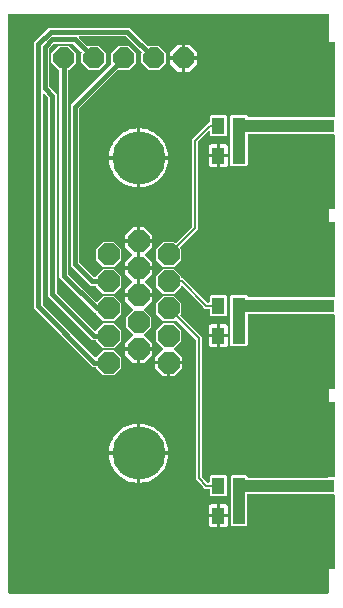
<source format=gtl>
G04 EAGLE Gerber X2 export*
%TF.Part,Single*%
%TF.FileFunction,Copper,L1,Top,Mixed*%
%TF.FilePolarity,Positive*%
%TF.GenerationSoftware,Autodesk,EAGLE,9.0.0*%
%TF.CreationDate,2018-05-04T14:34:45Z*%
G75*
%MOIN*%
%FSLAX34Y34*%
%LPD*%
%AMOC8*
5,1,8,0,0,1.08239X$1,22.5*%
G01*
%ADD10P,0.076705X8X292.500000*%
%ADD11C,0.177165*%
%ADD12R,0.225000X0.041000*%
%ADD13R,0.250000X0.100000*%
%ADD14C,0.023780*%
%ADD15R,0.043307X0.055118*%
%ADD16P,0.075767X8X22.500000*%
%ADD17C,0.032480*%
%ADD18C,0.021811*%
%ADD19C,0.016000*%
%ADD20C,0.041000*%
%ADD21C,0.008000*%

G36*
X10813Y151D02*
X10813Y151D01*
X10814Y151D01*
X10818Y152D01*
X10822Y152D01*
X10822Y153D01*
X10824Y153D01*
X10827Y155D01*
X10830Y157D01*
X10831Y158D01*
X10832Y158D01*
X10834Y161D01*
X10837Y164D01*
X10837Y165D01*
X10838Y166D01*
X10839Y169D01*
X10840Y173D01*
X10841Y174D01*
X10841Y175D01*
X10841Y180D01*
X10841Y961D01*
X11000Y961D01*
X11003Y961D01*
X11005Y961D01*
X11008Y962D01*
X11011Y962D01*
X11013Y963D01*
X11016Y964D01*
X11018Y966D01*
X11021Y967D01*
X11023Y969D01*
X11025Y970D01*
X11027Y972D01*
X11030Y974D01*
X11031Y976D01*
X11033Y978D01*
X11034Y981D01*
X11036Y983D01*
X11036Y986D01*
X11037Y988D01*
X11038Y991D01*
X11039Y994D01*
X11039Y997D01*
X11039Y1000D01*
X11039Y3425D01*
X11039Y3428D01*
X11039Y3430D01*
X11038Y3433D01*
X11038Y3436D01*
X11037Y3438D01*
X11036Y3441D01*
X11034Y3443D01*
X11033Y3446D01*
X11031Y3448D01*
X11030Y3450D01*
X11028Y3452D01*
X11026Y3455D01*
X11024Y3456D01*
X11022Y3458D01*
X11019Y3459D01*
X11017Y3461D01*
X11014Y3461D01*
X11012Y3462D01*
X11009Y3463D01*
X11006Y3464D01*
X11003Y3464D01*
X11000Y3464D01*
X10840Y3464D01*
X10839Y3465D01*
X10839Y3466D01*
X10837Y3470D01*
X10835Y3473D01*
X10835Y3474D01*
X10834Y3474D01*
X10831Y3477D01*
X10828Y3479D01*
X10827Y3480D01*
X10826Y3480D01*
X10823Y3482D01*
X10820Y3483D01*
X10819Y3483D01*
X10818Y3484D01*
X10812Y3484D01*
X8151Y3484D01*
X8150Y3484D01*
X8149Y3484D01*
X8145Y3483D01*
X8142Y3483D01*
X8141Y3482D01*
X8140Y3482D01*
X8136Y3480D01*
X8133Y3478D01*
X8132Y3477D01*
X8129Y3474D01*
X8127Y3471D01*
X8126Y3470D01*
X8126Y3469D01*
X8124Y3466D01*
X8123Y3462D01*
X8123Y3461D01*
X8122Y3460D01*
X8122Y3455D01*
X8122Y3449D01*
X8119Y3446D01*
X8117Y3444D01*
X8116Y3443D01*
X8116Y3442D01*
X8114Y3440D01*
X8114Y3439D01*
X8113Y3438D01*
X8112Y3435D01*
X8111Y3431D01*
X8111Y3430D01*
X8110Y3429D01*
X8111Y3429D01*
X8110Y3426D01*
X8110Y3074D01*
X8110Y3073D01*
X8111Y3070D01*
X8111Y3067D01*
X8112Y3066D01*
X8112Y3065D01*
X8114Y3061D01*
X8115Y3058D01*
X8116Y3057D01*
X8117Y3056D01*
X8119Y3054D01*
X8122Y3051D01*
X8122Y2449D01*
X8086Y2414D01*
X7603Y2414D01*
X7567Y2449D01*
X7567Y3051D01*
X7570Y3054D01*
X7572Y3057D01*
X7575Y3060D01*
X7575Y3061D01*
X7576Y3062D01*
X7577Y3065D01*
X7578Y3069D01*
X7578Y3070D01*
X7578Y3071D01*
X7579Y3074D01*
X7579Y3426D01*
X7578Y3430D01*
X7578Y3433D01*
X7577Y3434D01*
X7577Y3435D01*
X7575Y3439D01*
X7574Y3442D01*
X7573Y3443D01*
X7572Y3444D01*
X7570Y3446D01*
X7567Y3449D01*
X7567Y4051D01*
X7603Y4086D01*
X8086Y4086D01*
X8122Y4051D01*
X8122Y4045D01*
X8122Y4044D01*
X8122Y4043D01*
X8123Y4039D01*
X8123Y4036D01*
X8124Y4035D01*
X8124Y4034D01*
X8126Y4030D01*
X8128Y4027D01*
X8129Y4026D01*
X8132Y4023D01*
X8135Y4021D01*
X8136Y4020D01*
X8137Y4020D01*
X8140Y4018D01*
X8144Y4017D01*
X8145Y4017D01*
X8146Y4016D01*
X8151Y4016D01*
X10812Y4016D01*
X10813Y4016D01*
X10814Y4016D01*
X10818Y4017D01*
X10822Y4017D01*
X10822Y4018D01*
X10824Y4018D01*
X10827Y4020D01*
X10830Y4022D01*
X10831Y4023D01*
X10832Y4023D01*
X10834Y4026D01*
X10837Y4029D01*
X10837Y4030D01*
X10838Y4031D01*
X10839Y4034D01*
X10840Y4036D01*
X11000Y4036D01*
X11003Y4036D01*
X11005Y4036D01*
X11008Y4037D01*
X11011Y4037D01*
X11013Y4038D01*
X11016Y4039D01*
X11018Y4041D01*
X11021Y4042D01*
X11023Y4044D01*
X11025Y4045D01*
X11027Y4047D01*
X11030Y4049D01*
X11031Y4051D01*
X11033Y4053D01*
X11034Y4056D01*
X11036Y4058D01*
X11036Y4061D01*
X11037Y4063D01*
X11038Y4066D01*
X11039Y4069D01*
X11039Y4072D01*
X11039Y4075D01*
X11039Y6500D01*
X11039Y6503D01*
X11039Y6505D01*
X11038Y6508D01*
X11038Y6511D01*
X11037Y6513D01*
X11036Y6516D01*
X11034Y6518D01*
X11033Y6521D01*
X11031Y6523D01*
X11030Y6525D01*
X11028Y6527D01*
X11026Y6530D01*
X11024Y6531D01*
X11022Y6533D01*
X11019Y6534D01*
X11017Y6536D01*
X11014Y6536D01*
X11012Y6537D01*
X11009Y6538D01*
X11006Y6539D01*
X11003Y6539D01*
X11000Y6539D01*
X10841Y6539D01*
X10841Y6961D01*
X11000Y6961D01*
X11003Y6961D01*
X11005Y6961D01*
X11008Y6962D01*
X11011Y6962D01*
X11013Y6963D01*
X11016Y6964D01*
X11018Y6966D01*
X11021Y6967D01*
X11023Y6969D01*
X11025Y6970D01*
X11027Y6972D01*
X11030Y6974D01*
X11031Y6976D01*
X11033Y6978D01*
X11034Y6981D01*
X11036Y6983D01*
X11036Y6986D01*
X11037Y6988D01*
X11038Y6991D01*
X11039Y6994D01*
X11039Y6997D01*
X11039Y7000D01*
X11039Y9425D01*
X11039Y9428D01*
X11039Y9430D01*
X11038Y9433D01*
X11038Y9436D01*
X11037Y9438D01*
X11036Y9441D01*
X11034Y9443D01*
X11033Y9446D01*
X11031Y9448D01*
X11030Y9450D01*
X11028Y9452D01*
X11026Y9455D01*
X11024Y9456D01*
X11022Y9458D01*
X11019Y9459D01*
X11017Y9461D01*
X11014Y9461D01*
X11012Y9462D01*
X11009Y9463D01*
X11006Y9464D01*
X11003Y9464D01*
X11000Y9464D01*
X8171Y9464D01*
X8170Y9464D01*
X8169Y9464D01*
X8165Y9463D01*
X8162Y9463D01*
X8161Y9462D01*
X8160Y9462D01*
X8156Y9460D01*
X8153Y9458D01*
X8152Y9457D01*
X8149Y9454D01*
X8147Y9451D01*
X8146Y9450D01*
X8146Y9449D01*
X8144Y9446D01*
X8143Y9442D01*
X8139Y9438D01*
X8136Y9435D01*
X8134Y9432D01*
X8134Y9431D01*
X8133Y9430D01*
X8132Y9426D01*
X8131Y9423D01*
X8131Y9422D01*
X8130Y9421D01*
X8131Y9420D01*
X8130Y9417D01*
X8130Y9083D01*
X8131Y9079D01*
X8131Y9075D01*
X8132Y9074D01*
X8132Y9073D01*
X8134Y9070D01*
X8135Y9066D01*
X8136Y9065D01*
X8137Y9064D01*
X8139Y9062D01*
X8142Y9059D01*
X8142Y8441D01*
X8094Y8394D01*
X7595Y8394D01*
X7547Y8441D01*
X7547Y9059D01*
X7550Y9062D01*
X7552Y9065D01*
X7555Y9068D01*
X7555Y9069D01*
X7556Y9070D01*
X7557Y9074D01*
X7558Y9077D01*
X7558Y9078D01*
X7558Y9079D01*
X7558Y9080D01*
X7559Y9083D01*
X7559Y9417D01*
X7558Y9421D01*
X7558Y9425D01*
X7557Y9426D01*
X7557Y9427D01*
X7555Y9430D01*
X7554Y9434D01*
X7553Y9435D01*
X7552Y9436D01*
X7550Y9438D01*
X7547Y9441D01*
X7547Y10059D01*
X7595Y10106D01*
X8094Y10106D01*
X8143Y10058D01*
X8143Y10056D01*
X8144Y10055D01*
X8144Y10054D01*
X8146Y10050D01*
X8148Y10047D01*
X8149Y10046D01*
X8152Y10043D01*
X8155Y10041D01*
X8156Y10040D01*
X8157Y10040D01*
X8160Y10038D01*
X8164Y10037D01*
X8165Y10037D01*
X8166Y10036D01*
X8171Y10036D01*
X10812Y10036D01*
X11000Y10036D01*
X11003Y10036D01*
X11005Y10036D01*
X11008Y10037D01*
X11011Y10037D01*
X11013Y10038D01*
X11016Y10039D01*
X11018Y10041D01*
X11021Y10042D01*
X11023Y10044D01*
X11025Y10045D01*
X11027Y10047D01*
X11030Y10049D01*
X11031Y10051D01*
X11033Y10053D01*
X11034Y10056D01*
X11036Y10058D01*
X11036Y10061D01*
X11037Y10063D01*
X11038Y10066D01*
X11039Y10069D01*
X11039Y10072D01*
X11039Y10075D01*
X11039Y12500D01*
X11039Y12503D01*
X11039Y12505D01*
X11038Y12508D01*
X11038Y12511D01*
X11037Y12513D01*
X11036Y12516D01*
X11034Y12518D01*
X11033Y12521D01*
X11031Y12523D01*
X11030Y12525D01*
X11028Y12527D01*
X11026Y12530D01*
X11024Y12531D01*
X11022Y12533D01*
X11019Y12534D01*
X11017Y12536D01*
X11014Y12536D01*
X11012Y12537D01*
X11009Y12538D01*
X11006Y12539D01*
X11003Y12539D01*
X11000Y12539D01*
X10841Y12539D01*
X10841Y12961D01*
X11000Y12961D01*
X11003Y12961D01*
X11005Y12961D01*
X11008Y12962D01*
X11011Y12962D01*
X11013Y12963D01*
X11016Y12964D01*
X11018Y12966D01*
X11021Y12967D01*
X11023Y12969D01*
X11025Y12970D01*
X11027Y12972D01*
X11030Y12974D01*
X11031Y12976D01*
X11033Y12978D01*
X11034Y12981D01*
X11036Y12983D01*
X11036Y12986D01*
X11037Y12988D01*
X11038Y12991D01*
X11039Y12994D01*
X11039Y12997D01*
X11039Y13000D01*
X11039Y15425D01*
X11039Y15428D01*
X11039Y15430D01*
X11038Y15433D01*
X11038Y15436D01*
X11037Y15438D01*
X11036Y15441D01*
X11034Y15443D01*
X11033Y15446D01*
X11031Y15448D01*
X11030Y15450D01*
X11028Y15452D01*
X11026Y15455D01*
X11024Y15456D01*
X11022Y15458D01*
X11019Y15459D01*
X11017Y15461D01*
X11014Y15461D01*
X11012Y15462D01*
X11009Y15463D01*
X11006Y15464D01*
X11003Y15464D01*
X11000Y15464D01*
X8171Y15464D01*
X8170Y15464D01*
X8169Y15464D01*
X8165Y15463D01*
X8162Y15463D01*
X8161Y15462D01*
X8160Y15462D01*
X8156Y15460D01*
X8153Y15458D01*
X8152Y15457D01*
X8149Y15454D01*
X8147Y15451D01*
X8146Y15450D01*
X8146Y15449D01*
X8144Y15446D01*
X8143Y15442D01*
X8139Y15438D01*
X8136Y15435D01*
X8134Y15432D01*
X8134Y15431D01*
X8133Y15430D01*
X8132Y15426D01*
X8131Y15423D01*
X8131Y15422D01*
X8130Y15421D01*
X8131Y15420D01*
X8130Y15417D01*
X8130Y15083D01*
X8131Y15079D01*
X8131Y15075D01*
X8132Y15074D01*
X8132Y15073D01*
X8134Y15070D01*
X8135Y15066D01*
X8136Y15065D01*
X8137Y15064D01*
X8139Y15062D01*
X8142Y15059D01*
X8142Y14441D01*
X8094Y14394D01*
X7595Y14394D01*
X7547Y14441D01*
X7547Y15059D01*
X7550Y15062D01*
X7552Y15065D01*
X7555Y15068D01*
X7555Y15069D01*
X7556Y15070D01*
X7557Y15074D01*
X7558Y15077D01*
X7558Y15078D01*
X7558Y15079D01*
X7558Y15080D01*
X7559Y15083D01*
X7559Y15417D01*
X7558Y15421D01*
X7558Y15425D01*
X7557Y15426D01*
X7557Y15427D01*
X7555Y15430D01*
X7554Y15434D01*
X7553Y15435D01*
X7552Y15436D01*
X7550Y15438D01*
X7547Y15441D01*
X7547Y16059D01*
X7595Y16106D01*
X8094Y16106D01*
X8143Y16058D01*
X8143Y16056D01*
X8144Y16055D01*
X8144Y16054D01*
X8146Y16050D01*
X8148Y16047D01*
X8149Y16046D01*
X8152Y16043D01*
X8155Y16041D01*
X8156Y16040D01*
X8157Y16040D01*
X8160Y16038D01*
X8164Y16037D01*
X8165Y16037D01*
X8166Y16036D01*
X8171Y16036D01*
X10812Y16036D01*
X11000Y16036D01*
X11003Y16036D01*
X11005Y16036D01*
X11008Y16037D01*
X11011Y16037D01*
X11013Y16038D01*
X11016Y16039D01*
X11018Y16041D01*
X11021Y16042D01*
X11023Y16044D01*
X11025Y16045D01*
X11027Y16047D01*
X11030Y16049D01*
X11031Y16051D01*
X11033Y16053D01*
X11034Y16056D01*
X11036Y16058D01*
X11036Y16061D01*
X11037Y16063D01*
X11038Y16066D01*
X11039Y16069D01*
X11039Y16072D01*
X11039Y16075D01*
X11039Y18500D01*
X11039Y18503D01*
X11039Y18505D01*
X11038Y18508D01*
X11038Y18511D01*
X11037Y18513D01*
X11036Y18516D01*
X11034Y18518D01*
X11033Y18521D01*
X11031Y18523D01*
X11030Y18525D01*
X11028Y18527D01*
X11026Y18530D01*
X11024Y18531D01*
X11022Y18533D01*
X11019Y18534D01*
X11017Y18536D01*
X11014Y18536D01*
X11012Y18537D01*
X11009Y18538D01*
X11006Y18539D01*
X11003Y18539D01*
X11000Y18539D01*
X10841Y18539D01*
X10841Y19440D01*
X10841Y19441D01*
X10841Y19442D01*
X10840Y19446D01*
X10840Y19450D01*
X10839Y19450D01*
X10839Y19451D01*
X10837Y19455D01*
X10835Y19458D01*
X10835Y19459D01*
X10834Y19460D01*
X10831Y19462D01*
X10828Y19464D01*
X10827Y19465D01*
X10826Y19466D01*
X10823Y19467D01*
X10820Y19468D01*
X10819Y19468D01*
X10818Y19469D01*
X10812Y19469D01*
X180Y19469D01*
X179Y19469D01*
X178Y19469D01*
X174Y19468D01*
X171Y19468D01*
X170Y19467D01*
X169Y19467D01*
X165Y19465D01*
X162Y19463D01*
X161Y19462D01*
X158Y19459D01*
X156Y19456D01*
X155Y19455D01*
X155Y19454D01*
X153Y19451D01*
X152Y19448D01*
X152Y19446D01*
X151Y19445D01*
X151Y19440D01*
X151Y180D01*
X151Y179D01*
X151Y178D01*
X152Y174D01*
X152Y171D01*
X153Y170D01*
X153Y169D01*
X155Y165D01*
X157Y162D01*
X158Y161D01*
X161Y158D01*
X164Y156D01*
X165Y155D01*
X166Y155D01*
X169Y153D01*
X173Y152D01*
X174Y152D01*
X175Y151D01*
X180Y151D01*
X10812Y151D01*
X10813Y151D01*
G37*
%LPC*%
G36*
X3328Y7433D02*
X3328Y7433D01*
X3085Y7676D01*
X3085Y7678D01*
X3085Y7679D01*
X3085Y7681D01*
X3084Y7684D01*
X3083Y7688D01*
X3083Y7689D01*
X3083Y7690D01*
X3081Y7693D01*
X3079Y7696D01*
X3078Y7697D01*
X3077Y7698D01*
X3075Y7700D01*
X3072Y7703D01*
X3071Y7703D01*
X3070Y7704D01*
X3067Y7705D01*
X3063Y7707D01*
X3062Y7707D01*
X3061Y7707D01*
X3056Y7708D01*
X2968Y7708D01*
X1014Y9662D01*
X1014Y18524D01*
X1506Y19016D01*
X4183Y19016D01*
X4274Y18925D01*
X4788Y18411D01*
X4789Y18410D01*
X4790Y18409D01*
X4793Y18407D01*
X4794Y18406D01*
X4795Y18406D01*
X4796Y18405D01*
X4797Y18405D01*
X4798Y18404D01*
X4802Y18403D01*
X4805Y18402D01*
X4806Y18402D01*
X4807Y18402D01*
X4811Y18403D01*
X4815Y18403D01*
X4816Y18403D01*
X4817Y18403D01*
X4819Y18404D01*
X4820Y18404D01*
X4820Y18405D01*
X4824Y18406D01*
X4825Y18407D01*
X4826Y18407D01*
X4827Y18408D01*
X4827Y18409D01*
X4828Y18409D01*
X4830Y18411D01*
X5170Y18411D01*
X5411Y18170D01*
X5411Y17830D01*
X5170Y17589D01*
X4830Y17589D01*
X4589Y17830D01*
X4589Y18170D01*
X4590Y18171D01*
X4591Y18172D01*
X4593Y18175D01*
X4595Y18178D01*
X4595Y18179D01*
X4596Y18180D01*
X4597Y18184D01*
X4598Y18187D01*
X4598Y18188D01*
X4598Y18189D01*
X4597Y18193D01*
X4597Y18197D01*
X4597Y18198D01*
X4597Y18199D01*
X4595Y18202D01*
X4594Y18206D01*
X4593Y18206D01*
X4593Y18207D01*
X4589Y18212D01*
X4075Y18726D01*
X4072Y18728D01*
X4069Y18730D01*
X4068Y18731D01*
X4067Y18731D01*
X4064Y18732D01*
X4060Y18734D01*
X4059Y18734D01*
X4058Y18734D01*
X4055Y18734D01*
X2535Y18734D01*
X2533Y18734D01*
X2530Y18734D01*
X2528Y18733D01*
X2526Y18733D01*
X2523Y18731D01*
X2521Y18730D01*
X2519Y18729D01*
X2518Y18728D01*
X2516Y18726D01*
X2513Y18724D01*
X2512Y18723D01*
X2511Y18721D01*
X2510Y18718D01*
X2508Y18716D01*
X2508Y18714D01*
X2507Y18712D01*
X2507Y18710D01*
X2506Y18707D01*
X2506Y18705D01*
X2506Y18703D01*
X2507Y18700D01*
X2507Y18697D01*
X2508Y18695D01*
X2508Y18694D01*
X2510Y18691D01*
X2511Y18688D01*
X2513Y18686D01*
X2514Y18686D01*
X2514Y18685D01*
X2515Y18684D01*
X2524Y18675D01*
X2788Y18411D01*
X2789Y18410D01*
X2790Y18409D01*
X2793Y18407D01*
X2794Y18406D01*
X2795Y18406D01*
X2796Y18405D01*
X2797Y18405D01*
X2798Y18404D01*
X2802Y18403D01*
X2805Y18402D01*
X2806Y18402D01*
X2807Y18402D01*
X2811Y18403D01*
X2815Y18403D01*
X2816Y18403D01*
X2817Y18403D01*
X2819Y18404D01*
X2820Y18404D01*
X2820Y18405D01*
X2824Y18406D01*
X2825Y18407D01*
X2826Y18407D01*
X2827Y18408D01*
X2827Y18409D01*
X2828Y18409D01*
X2830Y18411D01*
X3170Y18411D01*
X3411Y18170D01*
X3411Y17830D01*
X3170Y17589D01*
X2830Y17589D01*
X2589Y17830D01*
X2589Y18170D01*
X2590Y18171D01*
X2591Y18172D01*
X2593Y18175D01*
X2595Y18178D01*
X2595Y18179D01*
X2596Y18180D01*
X2597Y18184D01*
X2598Y18187D01*
X2598Y18188D01*
X2598Y18189D01*
X2597Y18193D01*
X2597Y18197D01*
X2597Y18198D01*
X2597Y18199D01*
X2595Y18202D01*
X2594Y18206D01*
X2593Y18206D01*
X2593Y18207D01*
X2589Y18212D01*
X2325Y18476D01*
X2322Y18478D01*
X2319Y18480D01*
X2318Y18481D01*
X2317Y18481D01*
X2314Y18482D01*
X2310Y18484D01*
X2309Y18484D01*
X2308Y18484D01*
X2305Y18484D01*
X1695Y18484D01*
X1691Y18484D01*
X1688Y18483D01*
X1687Y18483D01*
X1686Y18483D01*
X1682Y18481D01*
X1679Y18479D01*
X1678Y18478D01*
X1677Y18478D01*
X1675Y18476D01*
X1524Y18325D01*
X1522Y18322D01*
X1520Y18319D01*
X1519Y18318D01*
X1519Y18317D01*
X1518Y18314D01*
X1516Y18310D01*
X1516Y18309D01*
X1516Y18308D01*
X1516Y18307D01*
X1516Y18305D01*
X1516Y17070D01*
X1516Y17067D01*
X1517Y17063D01*
X1517Y17062D01*
X1517Y17061D01*
X1519Y17057D01*
X1521Y17054D01*
X1522Y17053D01*
X1522Y17052D01*
X1524Y17050D01*
X1675Y16899D01*
X1766Y16808D01*
X1766Y10195D01*
X1766Y10192D01*
X1767Y10188D01*
X1767Y10187D01*
X1767Y10186D01*
X1769Y10182D01*
X1771Y10179D01*
X1772Y10178D01*
X1772Y10177D01*
X1774Y10175D01*
X3035Y8914D01*
X3036Y8913D01*
X3037Y8912D01*
X3040Y8910D01*
X3043Y8908D01*
X3044Y8908D01*
X3045Y8907D01*
X3049Y8906D01*
X3052Y8905D01*
X3053Y8905D01*
X3054Y8905D01*
X3058Y8906D01*
X3062Y8906D01*
X3063Y8906D01*
X3064Y8906D01*
X3067Y8908D01*
X3071Y8909D01*
X3072Y8910D01*
X3073Y8910D01*
X3077Y8914D01*
X3328Y9165D01*
X3672Y9165D01*
X3915Y8922D01*
X3915Y8578D01*
X3672Y8335D01*
X3328Y8335D01*
X3085Y8578D01*
X3085Y8580D01*
X3085Y8581D01*
X3085Y8582D01*
X3084Y8586D01*
X3083Y8589D01*
X3083Y8590D01*
X3083Y8591D01*
X3081Y8595D01*
X3079Y8598D01*
X3078Y8599D01*
X3077Y8599D01*
X3075Y8602D01*
X3072Y8604D01*
X3071Y8605D01*
X3070Y8605D01*
X3067Y8607D01*
X3063Y8608D01*
X3062Y8608D01*
X3061Y8609D01*
X3056Y8609D01*
X2942Y8609D01*
X1484Y10067D01*
X1484Y16680D01*
X1484Y16684D01*
X1483Y16687D01*
X1483Y16688D01*
X1483Y16689D01*
X1481Y16693D01*
X1479Y16696D01*
X1478Y16697D01*
X1478Y16698D01*
X1476Y16700D01*
X1346Y16830D01*
X1343Y16832D01*
X1341Y16834D01*
X1339Y16835D01*
X1338Y16836D01*
X1335Y16837D01*
X1332Y16838D01*
X1331Y16838D01*
X1329Y16839D01*
X1326Y16838D01*
X1323Y16839D01*
X1321Y16838D01*
X1319Y16838D01*
X1316Y16837D01*
X1314Y16837D01*
X1312Y16836D01*
X1310Y16835D01*
X1308Y16833D01*
X1306Y16831D01*
X1304Y16830D01*
X1303Y16829D01*
X1301Y16826D01*
X1300Y16824D01*
X1299Y16822D01*
X1298Y16821D01*
X1297Y16818D01*
X1296Y16815D01*
X1296Y16812D01*
X1296Y16811D01*
X1296Y16810D01*
X1296Y9790D01*
X1296Y9787D01*
X1297Y9783D01*
X1297Y9782D01*
X1297Y9781D01*
X1299Y9777D01*
X1301Y9774D01*
X1302Y9773D01*
X1302Y9772D01*
X1304Y9770D01*
X3049Y8025D01*
X3050Y8024D01*
X3053Y8022D01*
X3056Y8020D01*
X3057Y8020D01*
X3058Y8019D01*
X3062Y8018D01*
X3066Y8017D01*
X3067Y8017D01*
X3068Y8017D01*
X3071Y8017D01*
X3075Y8017D01*
X3076Y8018D01*
X3077Y8018D01*
X3081Y8020D01*
X3084Y8021D01*
X3085Y8022D01*
X3086Y8022D01*
X3090Y8025D01*
X3328Y8264D01*
X3672Y8264D01*
X3915Y8020D01*
X3915Y7676D01*
X3672Y7433D01*
X3328Y7433D01*
G37*
%LPD*%
%LPC*%
G36*
X3328Y9236D02*
X3328Y9236D01*
X3085Y9480D01*
X3085Y9482D01*
X3085Y9483D01*
X3085Y9484D01*
X3084Y9487D01*
X3083Y9491D01*
X3083Y9492D01*
X3083Y9493D01*
X3081Y9496D01*
X3079Y9499D01*
X3078Y9500D01*
X3077Y9501D01*
X3075Y9503D01*
X3072Y9506D01*
X3071Y9506D01*
X3070Y9507D01*
X3067Y9508D01*
X3063Y9510D01*
X3062Y9510D01*
X3061Y9510D01*
X3056Y9511D01*
X3040Y9511D01*
X1859Y10692D01*
X1859Y17560D01*
X1859Y17561D01*
X1859Y17562D01*
X1858Y17566D01*
X1858Y17569D01*
X1857Y17570D01*
X1857Y17571D01*
X1855Y17575D01*
X1853Y17578D01*
X1852Y17579D01*
X1849Y17582D01*
X1846Y17584D01*
X1845Y17585D01*
X1844Y17585D01*
X1841Y17587D01*
X1837Y17588D01*
X1836Y17588D01*
X1835Y17589D01*
X1830Y17589D01*
X1589Y17830D01*
X1589Y18170D01*
X1830Y18411D01*
X2170Y18411D01*
X2411Y18170D01*
X2411Y17830D01*
X2170Y17589D01*
X2169Y17589D01*
X2168Y17589D01*
X2164Y17588D01*
X2161Y17588D01*
X2160Y17587D01*
X2159Y17587D01*
X2155Y17585D01*
X2152Y17583D01*
X2151Y17582D01*
X2148Y17579D01*
X2146Y17576D01*
X2145Y17575D01*
X2145Y17574D01*
X2143Y17571D01*
X2142Y17567D01*
X2142Y17566D01*
X2141Y17565D01*
X2141Y17560D01*
X2141Y10820D01*
X2141Y10817D01*
X2142Y10813D01*
X2142Y10812D01*
X2142Y10811D01*
X2144Y10807D01*
X2146Y10804D01*
X2147Y10803D01*
X2147Y10802D01*
X2149Y10800D01*
X3085Y9864D01*
X3086Y9863D01*
X3089Y9861D01*
X3092Y9859D01*
X3093Y9859D01*
X3094Y9858D01*
X3098Y9857D01*
X3101Y9856D01*
X3103Y9856D01*
X3104Y9856D01*
X3107Y9856D01*
X3111Y9857D01*
X3112Y9857D01*
X3113Y9857D01*
X3116Y9859D01*
X3120Y9860D01*
X3121Y9861D01*
X3122Y9861D01*
X3126Y9864D01*
X3328Y10067D01*
X3672Y10067D01*
X3915Y9824D01*
X3915Y9480D01*
X3672Y9236D01*
X3328Y9236D01*
G37*
%LPD*%
%LPC*%
G36*
X3328Y10138D02*
X3328Y10138D01*
X3085Y10381D01*
X3085Y10383D01*
X3085Y10384D01*
X3085Y10385D01*
X3084Y10389D01*
X3083Y10393D01*
X3083Y10394D01*
X3083Y10395D01*
X3081Y10398D01*
X3079Y10401D01*
X3078Y10402D01*
X3077Y10403D01*
X3075Y10405D01*
X3072Y10408D01*
X3071Y10408D01*
X3070Y10409D01*
X3067Y10410D01*
X3063Y10411D01*
X3062Y10412D01*
X3061Y10412D01*
X3056Y10412D01*
X2889Y10412D01*
X2234Y11067D01*
X2234Y16433D01*
X2325Y16524D01*
X3589Y17788D01*
X3590Y17789D01*
X3591Y17790D01*
X3593Y17793D01*
X3595Y17796D01*
X3595Y17797D01*
X3596Y17798D01*
X3597Y17802D01*
X3598Y17805D01*
X3598Y17806D01*
X3598Y17807D01*
X3597Y17811D01*
X3597Y17815D01*
X3597Y17816D01*
X3597Y17817D01*
X3595Y17820D01*
X3594Y17824D01*
X3593Y17825D01*
X3593Y17826D01*
X3589Y17830D01*
X3589Y18170D01*
X3830Y18411D01*
X4170Y18411D01*
X4411Y18170D01*
X4411Y17830D01*
X4170Y17589D01*
X3830Y17589D01*
X3829Y17590D01*
X3828Y17591D01*
X3825Y17593D01*
X3822Y17595D01*
X3821Y17595D01*
X3820Y17596D01*
X3816Y17597D01*
X3813Y17598D01*
X3812Y17598D01*
X3811Y17598D01*
X3807Y17597D01*
X3803Y17597D01*
X3802Y17597D01*
X3801Y17597D01*
X3798Y17595D01*
X3794Y17594D01*
X3794Y17593D01*
X3793Y17593D01*
X3788Y17589D01*
X2524Y16325D01*
X2522Y16322D01*
X2520Y16319D01*
X2519Y16318D01*
X2519Y16317D01*
X2518Y16314D01*
X2516Y16310D01*
X2516Y16309D01*
X2516Y16308D01*
X2516Y16307D01*
X2516Y16305D01*
X2516Y11195D01*
X2516Y11192D01*
X2517Y11188D01*
X2517Y11187D01*
X2517Y11186D01*
X2519Y11182D01*
X2521Y11179D01*
X2522Y11178D01*
X2522Y11177D01*
X2524Y11175D01*
X2997Y10702D01*
X3000Y10700D01*
X3003Y10698D01*
X3004Y10697D01*
X3008Y10696D01*
X3012Y10694D01*
X3013Y10694D01*
X3014Y10694D01*
X3017Y10694D01*
X3056Y10694D01*
X3057Y10694D01*
X3058Y10694D01*
X3061Y10695D01*
X3065Y10695D01*
X3066Y10696D01*
X3067Y10696D01*
X3070Y10698D01*
X3074Y10700D01*
X3074Y10701D01*
X3075Y10701D01*
X3077Y10704D01*
X3080Y10707D01*
X3080Y10708D01*
X3081Y10709D01*
X3082Y10712D01*
X3084Y10716D01*
X3084Y10717D01*
X3084Y10718D01*
X3085Y10723D01*
X3085Y10725D01*
X3328Y10968D01*
X3672Y10968D01*
X3915Y10725D01*
X3915Y10381D01*
X3672Y10138D01*
X3328Y10138D01*
G37*
%LPD*%
%LPC*%
G36*
X6914Y3414D02*
X6914Y3414D01*
X6878Y3449D01*
X6878Y3620D01*
X6878Y3621D01*
X6878Y3622D01*
X6877Y3626D01*
X6877Y3629D01*
X6876Y3630D01*
X6876Y3631D01*
X6874Y3635D01*
X6872Y3638D01*
X6871Y3639D01*
X6868Y3642D01*
X6865Y3644D01*
X6864Y3645D01*
X6863Y3645D01*
X6860Y3647D01*
X6856Y3648D01*
X6855Y3648D01*
X6854Y3649D01*
X6849Y3649D01*
X6708Y3649D01*
X6641Y3717D01*
X6467Y3891D01*
X6399Y3958D01*
X6399Y8598D01*
X6399Y8602D01*
X6398Y8606D01*
X6398Y8607D01*
X6396Y8611D01*
X6394Y8614D01*
X6393Y8615D01*
X6393Y8616D01*
X6391Y8618D01*
X5743Y9266D01*
X5742Y9267D01*
X5741Y9268D01*
X5738Y9270D01*
X5735Y9272D01*
X5734Y9272D01*
X5733Y9273D01*
X5730Y9273D01*
X5726Y9274D01*
X5725Y9274D01*
X5724Y9275D01*
X5720Y9274D01*
X5716Y9274D01*
X5715Y9274D01*
X5714Y9274D01*
X5711Y9272D01*
X5708Y9271D01*
X5707Y9270D01*
X5706Y9270D01*
X5702Y9266D01*
X5672Y9236D01*
X5328Y9236D01*
X5085Y9480D01*
X5085Y9824D01*
X5328Y10067D01*
X5672Y10067D01*
X5915Y9824D01*
X5915Y9480D01*
X5885Y9450D01*
X5885Y9449D01*
X5884Y9448D01*
X5882Y9445D01*
X5880Y9442D01*
X5880Y9441D01*
X5879Y9440D01*
X5878Y9437D01*
X5877Y9433D01*
X5877Y9432D01*
X5877Y9431D01*
X5877Y9427D01*
X5877Y9423D01*
X5878Y9423D01*
X5878Y9421D01*
X5880Y9418D01*
X5881Y9415D01*
X5882Y9414D01*
X5882Y9413D01*
X5885Y9409D01*
X6533Y8761D01*
X6601Y8693D01*
X6601Y4054D01*
X6601Y4050D01*
X6602Y4046D01*
X6602Y4045D01*
X6602Y4044D01*
X6604Y4041D01*
X6606Y4037D01*
X6607Y4036D01*
X6607Y4035D01*
X6609Y4033D01*
X6783Y3859D01*
X6786Y3857D01*
X6789Y3855D01*
X6790Y3854D01*
X6791Y3854D01*
X6795Y3853D01*
X6798Y3851D01*
X6800Y3851D01*
X6801Y3851D01*
X6804Y3851D01*
X6849Y3851D01*
X6850Y3851D01*
X6851Y3851D01*
X6855Y3852D01*
X6858Y3852D01*
X6859Y3853D01*
X6860Y3853D01*
X6864Y3855D01*
X6867Y3857D01*
X6868Y3858D01*
X6871Y3861D01*
X6873Y3864D01*
X6874Y3865D01*
X6874Y3866D01*
X6876Y3869D01*
X6877Y3873D01*
X6877Y3874D01*
X6878Y3875D01*
X6878Y3880D01*
X6878Y4051D01*
X6914Y4086D01*
X7397Y4086D01*
X7433Y4051D01*
X7433Y3449D01*
X7397Y3414D01*
X6914Y3414D01*
G37*
%LPD*%
%LPC*%
G36*
X5328Y11040D02*
X5328Y11040D01*
X5085Y11283D01*
X5085Y11627D01*
X5328Y11870D01*
X5672Y11870D01*
X5702Y11840D01*
X5703Y11839D01*
X5706Y11837D01*
X5709Y11835D01*
X5710Y11834D01*
X5711Y11834D01*
X5715Y11833D01*
X5719Y11832D01*
X5720Y11832D01*
X5721Y11832D01*
X5724Y11832D01*
X5728Y11832D01*
X5729Y11833D01*
X5730Y11833D01*
X5734Y11834D01*
X5737Y11836D01*
X5738Y11836D01*
X5739Y11837D01*
X5743Y11840D01*
X6266Y12363D01*
X6268Y12366D01*
X6270Y12369D01*
X6271Y12370D01*
X6271Y12371D01*
X6272Y12374D01*
X6274Y12378D01*
X6274Y12379D01*
X6274Y12380D01*
X6274Y12381D01*
X6274Y12384D01*
X6274Y15292D01*
X6833Y15851D01*
X6849Y15851D01*
X6850Y15851D01*
X6851Y15851D01*
X6855Y15852D01*
X6858Y15852D01*
X6859Y15853D01*
X6860Y15853D01*
X6864Y15855D01*
X6867Y15857D01*
X6868Y15858D01*
X6871Y15861D01*
X6873Y15864D01*
X6874Y15865D01*
X6874Y15866D01*
X6876Y15869D01*
X6877Y15873D01*
X6877Y15874D01*
X6878Y15875D01*
X6878Y15880D01*
X6878Y16051D01*
X6914Y16086D01*
X7397Y16086D01*
X7433Y16051D01*
X7433Y15449D01*
X7397Y15414D01*
X6914Y15414D01*
X6878Y15449D01*
X6878Y15540D01*
X6878Y15543D01*
X6878Y15546D01*
X6877Y15548D01*
X6877Y15550D01*
X6875Y15552D01*
X6874Y15555D01*
X6873Y15556D01*
X6872Y15558D01*
X6870Y15560D01*
X6868Y15562D01*
X6867Y15563D01*
X6865Y15565D01*
X6862Y15566D01*
X6860Y15567D01*
X6858Y15568D01*
X6856Y15568D01*
X6853Y15569D01*
X6851Y15569D01*
X6849Y15569D01*
X6847Y15569D01*
X6844Y15569D01*
X6841Y15568D01*
X6839Y15568D01*
X6838Y15567D01*
X6835Y15566D01*
X6832Y15564D01*
X6830Y15562D01*
X6829Y15562D01*
X6828Y15561D01*
X6484Y15217D01*
X6482Y15214D01*
X6480Y15211D01*
X6479Y15210D01*
X6479Y15209D01*
X6478Y15205D01*
X6476Y15202D01*
X6476Y15200D01*
X6476Y15199D01*
X6476Y15196D01*
X6476Y12288D01*
X5885Y11698D01*
X5885Y11697D01*
X5884Y11696D01*
X5882Y11693D01*
X5880Y11690D01*
X5880Y11689D01*
X5879Y11688D01*
X5878Y11684D01*
X5877Y11681D01*
X5877Y11680D01*
X5877Y11679D01*
X5877Y11675D01*
X5877Y11671D01*
X5878Y11670D01*
X5878Y11669D01*
X5880Y11666D01*
X5881Y11662D01*
X5882Y11661D01*
X5882Y11660D01*
X5885Y11656D01*
X5915Y11627D01*
X5915Y11283D01*
X5672Y11040D01*
X5328Y11040D01*
G37*
%LPD*%
%LPC*%
G36*
X6914Y9414D02*
X6914Y9414D01*
X6878Y9449D01*
X6878Y9620D01*
X6878Y9621D01*
X6878Y9622D01*
X6877Y9626D01*
X6877Y9629D01*
X6876Y9630D01*
X6876Y9631D01*
X6874Y9635D01*
X6872Y9638D01*
X6871Y9639D01*
X6868Y9642D01*
X6865Y9644D01*
X6864Y9645D01*
X6863Y9645D01*
X6860Y9647D01*
X6856Y9648D01*
X6855Y9648D01*
X6854Y9649D01*
X6849Y9649D01*
X6708Y9649D01*
X6641Y9717D01*
X5965Y10393D01*
X5963Y10394D01*
X5960Y10396D01*
X5959Y10397D01*
X5957Y10398D01*
X5954Y10399D01*
X5952Y10400D01*
X5950Y10400D01*
X5948Y10401D01*
X5945Y10401D01*
X5942Y10401D01*
X5940Y10401D01*
X5939Y10400D01*
X5936Y10399D01*
X5933Y10399D01*
X5931Y10398D01*
X5930Y10397D01*
X5927Y10395D01*
X5925Y10394D01*
X5924Y10392D01*
X5922Y10391D01*
X5921Y10388D01*
X5919Y10386D01*
X5918Y10384D01*
X5672Y10138D01*
X5328Y10138D01*
X5085Y10381D01*
X5085Y10725D01*
X5328Y10968D01*
X5672Y10968D01*
X5915Y10725D01*
X5915Y10683D01*
X5915Y10682D01*
X5915Y10681D01*
X5916Y10677D01*
X5917Y10674D01*
X5917Y10673D01*
X5917Y10672D01*
X5919Y10669D01*
X5921Y10665D01*
X5922Y10665D01*
X5923Y10664D01*
X5925Y10661D01*
X5928Y10659D01*
X5929Y10658D01*
X5930Y10658D01*
X5933Y10656D01*
X5937Y10655D01*
X5938Y10655D01*
X5939Y10654D01*
X5944Y10654D01*
X5989Y10654D01*
X6783Y9859D01*
X6786Y9857D01*
X6789Y9855D01*
X6790Y9854D01*
X6791Y9854D01*
X6795Y9853D01*
X6798Y9851D01*
X6800Y9851D01*
X6801Y9851D01*
X6804Y9851D01*
X6849Y9851D01*
X6850Y9851D01*
X6851Y9851D01*
X6855Y9852D01*
X6858Y9852D01*
X6859Y9853D01*
X6860Y9853D01*
X6864Y9855D01*
X6867Y9857D01*
X6868Y9858D01*
X6871Y9861D01*
X6873Y9864D01*
X6874Y9865D01*
X6874Y9866D01*
X6876Y9869D01*
X6877Y9873D01*
X6877Y9874D01*
X6878Y9875D01*
X6878Y9880D01*
X6878Y10051D01*
X6914Y10086D01*
X7397Y10086D01*
X7433Y10051D01*
X7433Y9449D01*
X7397Y9414D01*
X6914Y9414D01*
G37*
%LPD*%
%LPC*%
G36*
X4499Y8298D02*
X4499Y8298D01*
X4499Y8329D01*
X4499Y8330D01*
X4499Y8331D01*
X4498Y8335D01*
X4498Y8339D01*
X4497Y8340D01*
X4497Y8341D01*
X4495Y8344D01*
X4493Y8347D01*
X4492Y8348D01*
X4492Y8349D01*
X4489Y8351D01*
X4486Y8354D01*
X4485Y8354D01*
X4484Y8355D01*
X4481Y8356D01*
X4477Y8358D01*
X4476Y8358D01*
X4475Y8358D01*
X4470Y8358D01*
X4045Y8358D01*
X4045Y8488D01*
X4315Y8758D01*
X4316Y8759D01*
X4318Y8762D01*
X4320Y8765D01*
X4321Y8766D01*
X4321Y8767D01*
X4322Y8771D01*
X4323Y8775D01*
X4323Y8776D01*
X4323Y8777D01*
X4323Y8780D01*
X4323Y8784D01*
X4322Y8785D01*
X4322Y8786D01*
X4321Y8790D01*
X4319Y8793D01*
X4319Y8794D01*
X4318Y8795D01*
X4315Y8799D01*
X4085Y9029D01*
X4085Y9373D01*
X4315Y9603D01*
X4316Y9604D01*
X4318Y9607D01*
X4320Y9610D01*
X4321Y9611D01*
X4321Y9612D01*
X4322Y9616D01*
X4323Y9620D01*
X4323Y9621D01*
X4323Y9622D01*
X4323Y9625D01*
X4323Y9629D01*
X4322Y9630D01*
X4322Y9631D01*
X4321Y9635D01*
X4319Y9638D01*
X4319Y9639D01*
X4318Y9640D01*
X4315Y9644D01*
X4045Y9914D01*
X4045Y10043D01*
X4470Y10043D01*
X4471Y10043D01*
X4472Y10043D01*
X4476Y10044D01*
X4479Y10045D01*
X4480Y10045D01*
X4481Y10045D01*
X4485Y10047D01*
X4488Y10049D01*
X4489Y10050D01*
X4489Y10051D01*
X4492Y10053D01*
X4494Y10056D01*
X4495Y10057D01*
X4495Y10058D01*
X4497Y10062D01*
X4498Y10065D01*
X4498Y10066D01*
X4499Y10067D01*
X4499Y10072D01*
X4499Y10103D01*
X4501Y10103D01*
X4501Y10072D01*
X4501Y10071D01*
X4501Y10070D01*
X4502Y10067D01*
X4502Y10063D01*
X4503Y10062D01*
X4503Y10061D01*
X4505Y10058D01*
X4507Y10054D01*
X4508Y10054D01*
X4508Y10053D01*
X4511Y10051D01*
X4514Y10048D01*
X4515Y10048D01*
X4516Y10047D01*
X4519Y10046D01*
X4523Y10044D01*
X4524Y10044D01*
X4525Y10044D01*
X4530Y10043D01*
X4955Y10043D01*
X4955Y9914D01*
X4685Y9644D01*
X4685Y9643D01*
X4684Y9642D01*
X4682Y9639D01*
X4680Y9636D01*
X4679Y9635D01*
X4679Y9634D01*
X4678Y9631D01*
X4677Y9627D01*
X4677Y9626D01*
X4677Y9625D01*
X4677Y9621D01*
X4677Y9617D01*
X4678Y9616D01*
X4678Y9615D01*
X4679Y9612D01*
X4681Y9609D01*
X4681Y9608D01*
X4682Y9607D01*
X4685Y9603D01*
X4915Y9373D01*
X4915Y9029D01*
X4685Y8799D01*
X4685Y8798D01*
X4684Y8797D01*
X4683Y8796D01*
X4682Y8795D01*
X4682Y8794D01*
X4680Y8791D01*
X4679Y8790D01*
X4679Y8789D01*
X4678Y8786D01*
X4677Y8782D01*
X4677Y8781D01*
X4677Y8780D01*
X4677Y8776D01*
X4677Y8772D01*
X4678Y8771D01*
X4678Y8770D01*
X4679Y8767D01*
X4681Y8764D01*
X4681Y8763D01*
X4682Y8762D01*
X4685Y8758D01*
X4955Y8488D01*
X4955Y8358D01*
X4530Y8358D01*
X4529Y8358D01*
X4528Y8358D01*
X4524Y8358D01*
X4521Y8357D01*
X4520Y8356D01*
X4519Y8356D01*
X4515Y8354D01*
X4512Y8352D01*
X4511Y8352D01*
X4511Y8351D01*
X4508Y8348D01*
X4506Y8345D01*
X4505Y8344D01*
X4503Y8340D01*
X4502Y8337D01*
X4502Y8336D01*
X4501Y8335D01*
X4501Y8329D01*
X4501Y8298D01*
X4499Y8298D01*
G37*
%LPD*%
%LPC*%
G36*
X5499Y7848D02*
X5499Y7848D01*
X5499Y7878D01*
X5499Y7879D01*
X5499Y7881D01*
X5498Y7884D01*
X5498Y7888D01*
X5497Y7889D01*
X5497Y7890D01*
X5495Y7893D01*
X5493Y7896D01*
X5492Y7897D01*
X5492Y7898D01*
X5489Y7900D01*
X5486Y7903D01*
X5485Y7903D01*
X5484Y7904D01*
X5481Y7905D01*
X5477Y7907D01*
X5476Y7907D01*
X5475Y7907D01*
X5470Y7908D01*
X5045Y7908D01*
X5045Y8037D01*
X5315Y8307D01*
X5315Y8308D01*
X5316Y8308D01*
X5318Y8312D01*
X5320Y8315D01*
X5321Y8316D01*
X5321Y8317D01*
X5322Y8320D01*
X5323Y8324D01*
X5323Y8325D01*
X5323Y8326D01*
X5323Y8330D01*
X5323Y8333D01*
X5322Y8334D01*
X5322Y8335D01*
X5321Y8339D01*
X5319Y8342D01*
X5319Y8343D01*
X5318Y8344D01*
X5315Y8348D01*
X5085Y8578D01*
X5085Y8922D01*
X5328Y9165D01*
X5672Y9165D01*
X5915Y8922D01*
X5915Y8578D01*
X5685Y8348D01*
X5685Y8347D01*
X5684Y8347D01*
X5682Y8343D01*
X5680Y8340D01*
X5679Y8339D01*
X5679Y8338D01*
X5678Y8335D01*
X5677Y8331D01*
X5677Y8330D01*
X5677Y8329D01*
X5677Y8325D01*
X5677Y8322D01*
X5678Y8321D01*
X5678Y8320D01*
X5679Y8316D01*
X5681Y8313D01*
X5681Y8312D01*
X5682Y8311D01*
X5685Y8307D01*
X5955Y8037D01*
X5955Y7908D01*
X5530Y7908D01*
X5529Y7908D01*
X5528Y7908D01*
X5524Y7907D01*
X5521Y7906D01*
X5520Y7906D01*
X5519Y7905D01*
X5515Y7903D01*
X5512Y7902D01*
X5511Y7901D01*
X5511Y7900D01*
X5508Y7897D01*
X5506Y7895D01*
X5505Y7894D01*
X5505Y7893D01*
X5503Y7889D01*
X5502Y7886D01*
X5502Y7885D01*
X5501Y7884D01*
X5501Y7878D01*
X5501Y7848D01*
X5499Y7848D01*
G37*
%LPD*%
%LPC*%
G36*
X4334Y3855D02*
X4334Y3855D01*
X4226Y3879D01*
X4122Y3916D01*
X4022Y3964D01*
X3928Y4023D01*
X3842Y4092D01*
X3763Y4170D01*
X3694Y4257D01*
X3635Y4351D01*
X3587Y4451D01*
X3550Y4555D01*
X3526Y4663D01*
X3514Y4769D01*
X4441Y4769D01*
X4441Y3843D01*
X4334Y3855D01*
G37*
%LPD*%
%LPC*%
G36*
X4559Y14612D02*
X4559Y14612D01*
X5486Y14612D01*
X5474Y14506D01*
X5450Y14398D01*
X5413Y14293D01*
X5365Y14193D01*
X5306Y14099D01*
X5237Y14013D01*
X5158Y13934D01*
X5072Y13865D01*
X4978Y13806D01*
X4878Y13758D01*
X4774Y13722D01*
X4666Y13697D01*
X4559Y13685D01*
X4559Y14612D01*
G37*
%LPD*%
%LPC*%
G36*
X4334Y13697D02*
X4334Y13697D01*
X4226Y13722D01*
X4122Y13758D01*
X4022Y13806D01*
X3928Y13865D01*
X3842Y13934D01*
X3763Y14013D01*
X3694Y14099D01*
X3635Y14193D01*
X3587Y14293D01*
X3550Y14398D01*
X3526Y14506D01*
X3514Y14612D01*
X4441Y14612D01*
X4441Y13685D01*
X4334Y13697D01*
G37*
%LPD*%
%LPC*%
G36*
X4559Y4769D02*
X4559Y4769D01*
X5486Y4769D01*
X5474Y4663D01*
X5450Y4555D01*
X5413Y4451D01*
X5365Y4351D01*
X5306Y4257D01*
X5237Y4170D01*
X5158Y4092D01*
X5072Y4023D01*
X4978Y3964D01*
X4878Y3916D01*
X4774Y3879D01*
X4666Y3855D01*
X4559Y3843D01*
X4559Y4769D01*
G37*
%LPD*%
%LPC*%
G36*
X3514Y14731D02*
X3514Y14731D01*
X3526Y14837D01*
X3550Y14945D01*
X3587Y15049D01*
X3635Y15149D01*
X3694Y15243D01*
X3763Y15330D01*
X3842Y15408D01*
X3928Y15477D01*
X4022Y15536D01*
X4122Y15584D01*
X4226Y15621D01*
X4334Y15645D01*
X4441Y15657D01*
X4441Y14731D01*
X3514Y14731D01*
G37*
%LPD*%
%LPC*%
G36*
X4559Y14731D02*
X4559Y14731D01*
X4559Y15657D01*
X4666Y15645D01*
X4774Y15621D01*
X4878Y15584D01*
X4978Y15536D01*
X5072Y15477D01*
X5158Y15408D01*
X5237Y15330D01*
X5306Y15243D01*
X5365Y15149D01*
X5413Y15049D01*
X5450Y14945D01*
X5474Y14837D01*
X5486Y14731D01*
X4559Y14731D01*
G37*
%LPD*%
%LPC*%
G36*
X3514Y4888D02*
X3514Y4888D01*
X3526Y4994D01*
X3550Y5102D01*
X3587Y5207D01*
X3635Y5307D01*
X3694Y5401D01*
X3763Y5487D01*
X3842Y5566D01*
X3928Y5635D01*
X4022Y5694D01*
X4122Y5742D01*
X4226Y5778D01*
X4334Y5803D01*
X4441Y5815D01*
X4441Y4888D01*
X3514Y4888D01*
G37*
%LPD*%
%LPC*%
G36*
X4559Y4888D02*
X4559Y4888D01*
X4559Y5815D01*
X4666Y5803D01*
X4774Y5778D01*
X4878Y5742D01*
X4978Y5694D01*
X5072Y5635D01*
X5158Y5566D01*
X5237Y5487D01*
X5306Y5401D01*
X5365Y5307D01*
X5413Y5207D01*
X5450Y5102D01*
X5474Y4994D01*
X5486Y4888D01*
X4559Y4888D01*
G37*
%LPD*%
%LPC*%
G36*
X3328Y11040D02*
X3328Y11040D01*
X3085Y11283D01*
X3085Y11627D01*
X3328Y11870D01*
X3672Y11870D01*
X3915Y11627D01*
X3915Y11283D01*
X3672Y11040D01*
X3328Y11040D01*
G37*
%LPD*%
%LPC*%
G36*
X4559Y10162D02*
X4559Y10162D01*
X4559Y10945D01*
X4955Y10945D01*
X4955Y10815D01*
X4713Y10574D01*
X4713Y10573D01*
X4712Y10572D01*
X4710Y10569D01*
X4708Y10566D01*
X4708Y10565D01*
X4707Y10564D01*
X4706Y10560D01*
X4705Y10557D01*
X4705Y10556D01*
X4705Y10555D01*
X4705Y10551D01*
X4705Y10547D01*
X4706Y10546D01*
X4706Y10545D01*
X4708Y10542D01*
X4709Y10538D01*
X4710Y10538D01*
X4710Y10537D01*
X4713Y10532D01*
X4955Y10291D01*
X4955Y10162D01*
X4559Y10162D01*
G37*
%LPD*%
%LPC*%
G36*
X4559Y11063D02*
X4559Y11063D01*
X4559Y11846D01*
X4955Y11846D01*
X4955Y11717D01*
X4713Y11475D01*
X4712Y11474D01*
X4710Y11471D01*
X4708Y11468D01*
X4708Y11467D01*
X4707Y11466D01*
X4706Y11462D01*
X4705Y11458D01*
X4705Y11457D01*
X4705Y11456D01*
X4705Y11453D01*
X4705Y11449D01*
X4706Y11448D01*
X4706Y11447D01*
X4708Y11443D01*
X4709Y11440D01*
X4710Y11439D01*
X4710Y11438D01*
X4713Y11434D01*
X4955Y11192D01*
X4955Y11063D01*
X4559Y11063D01*
G37*
%LPD*%
%LPC*%
G36*
X4045Y10162D02*
X4045Y10162D01*
X4045Y10291D01*
X4287Y10532D01*
X4287Y10533D01*
X4288Y10534D01*
X4290Y10537D01*
X4292Y10540D01*
X4292Y10541D01*
X4293Y10542D01*
X4294Y10546D01*
X4295Y10549D01*
X4295Y10550D01*
X4295Y10551D01*
X4295Y10555D01*
X4295Y10559D01*
X4294Y10560D01*
X4294Y10561D01*
X4292Y10564D01*
X4291Y10568D01*
X4290Y10569D01*
X4290Y10570D01*
X4287Y10574D01*
X4045Y10815D01*
X4045Y10945D01*
X4441Y10945D01*
X4441Y10162D01*
X4045Y10162D01*
G37*
%LPD*%
%LPC*%
G36*
X4045Y11063D02*
X4045Y11063D01*
X4045Y11192D01*
X4287Y11434D01*
X4287Y11435D01*
X4288Y11436D01*
X4290Y11439D01*
X4292Y11442D01*
X4292Y11443D01*
X4293Y11444D01*
X4294Y11447D01*
X4295Y11451D01*
X4295Y11452D01*
X4295Y11453D01*
X4295Y11457D01*
X4295Y11461D01*
X4294Y11462D01*
X4294Y11463D01*
X4292Y11466D01*
X4291Y11469D01*
X4290Y11470D01*
X4290Y11471D01*
X4287Y11475D01*
X4045Y11717D01*
X4045Y11846D01*
X4441Y11846D01*
X4441Y11063D01*
X4045Y11063D01*
G37*
%LPD*%
%LPC*%
G36*
X4559Y11965D02*
X4559Y11965D01*
X4559Y12361D01*
X4688Y12361D01*
X4955Y12094D01*
X4955Y11965D01*
X4559Y11965D01*
G37*
%LPD*%
%LPC*%
G36*
X4045Y11965D02*
X4045Y11965D01*
X4045Y12094D01*
X4311Y12361D01*
X4441Y12361D01*
X4441Y11965D01*
X4045Y11965D01*
G37*
%LPD*%
%LPC*%
G36*
X5559Y7393D02*
X5559Y7393D01*
X5559Y7789D01*
X5955Y7789D01*
X5955Y7660D01*
X5689Y7393D01*
X5559Y7393D01*
G37*
%LPD*%
%LPC*%
G36*
X4559Y7844D02*
X4559Y7844D01*
X4559Y8240D01*
X4955Y8240D01*
X4955Y8111D01*
X4689Y7844D01*
X4559Y7844D01*
G37*
%LPD*%
%LPC*%
G36*
X5311Y7393D02*
X5311Y7393D01*
X5045Y7660D01*
X5045Y7789D01*
X5441Y7789D01*
X5441Y7393D01*
X5311Y7393D01*
G37*
%LPD*%
%LPC*%
G36*
X4311Y7844D02*
X4311Y7844D01*
X4045Y8111D01*
X4045Y8240D01*
X4441Y8240D01*
X4441Y7844D01*
X4311Y7844D01*
G37*
%LPD*%
%LPC*%
G36*
X6059Y18059D02*
X6059Y18059D01*
X6059Y18451D01*
X6187Y18451D01*
X6451Y18187D01*
X6451Y18059D01*
X6059Y18059D01*
G37*
%LPD*%
%LPC*%
G36*
X5813Y17549D02*
X5813Y17549D01*
X5549Y17813D01*
X5549Y17941D01*
X5941Y17941D01*
X5941Y17549D01*
X5813Y17549D01*
G37*
%LPD*%
%LPC*%
G36*
X5549Y18059D02*
X5549Y18059D01*
X5549Y18187D01*
X5813Y18451D01*
X5941Y18451D01*
X5941Y18059D01*
X5549Y18059D01*
G37*
%LPD*%
%LPC*%
G36*
X6059Y17549D02*
X6059Y17549D01*
X6059Y17941D01*
X6451Y17941D01*
X6451Y17813D01*
X6187Y17549D01*
X6059Y17549D01*
G37*
%LPD*%
%LPC*%
G36*
X7215Y14809D02*
X7215Y14809D01*
X7215Y15126D01*
X7385Y15126D01*
X7411Y15119D01*
X7434Y15106D01*
X7453Y15087D01*
X7466Y15064D01*
X7473Y15039D01*
X7473Y14809D01*
X7215Y14809D01*
G37*
%LPD*%
%LPC*%
G36*
X7215Y2809D02*
X7215Y2809D01*
X7215Y3126D01*
X7385Y3126D01*
X7411Y3119D01*
X7434Y3106D01*
X7453Y3087D01*
X7466Y3064D01*
X7473Y3039D01*
X7473Y2809D01*
X7215Y2809D01*
G37*
%LPD*%
%LPC*%
G36*
X7215Y8809D02*
X7215Y8809D01*
X7215Y9126D01*
X7385Y9126D01*
X7411Y9119D01*
X7434Y9106D01*
X7453Y9087D01*
X7466Y9064D01*
X7473Y9039D01*
X7473Y8809D01*
X7215Y8809D01*
G37*
%LPD*%
%LPC*%
G36*
X7215Y2374D02*
X7215Y2374D01*
X7215Y2691D01*
X7473Y2691D01*
X7473Y2461D01*
X7466Y2436D01*
X7453Y2413D01*
X7434Y2394D01*
X7411Y2381D01*
X7385Y2374D01*
X7215Y2374D01*
G37*
%LPD*%
%LPC*%
G36*
X7215Y8374D02*
X7215Y8374D01*
X7215Y8691D01*
X7473Y8691D01*
X7473Y8461D01*
X7466Y8436D01*
X7453Y8413D01*
X7434Y8394D01*
X7411Y8381D01*
X7385Y8374D01*
X7215Y8374D01*
G37*
%LPD*%
%LPC*%
G36*
X7215Y14374D02*
X7215Y14374D01*
X7215Y14691D01*
X7473Y14691D01*
X7473Y14461D01*
X7466Y14436D01*
X7453Y14413D01*
X7434Y14394D01*
X7411Y14381D01*
X7385Y14374D01*
X7215Y14374D01*
G37*
%LPD*%
%LPC*%
G36*
X6838Y14809D02*
X6838Y14809D01*
X6838Y15039D01*
X6845Y15064D01*
X6858Y15087D01*
X6877Y15106D01*
X6900Y15119D01*
X6926Y15126D01*
X7096Y15126D01*
X7096Y14809D01*
X6838Y14809D01*
G37*
%LPD*%
%LPC*%
G36*
X6838Y8809D02*
X6838Y8809D01*
X6838Y9039D01*
X6845Y9064D01*
X6858Y9087D01*
X6877Y9106D01*
X6900Y9119D01*
X6926Y9126D01*
X7096Y9126D01*
X7096Y8809D01*
X6838Y8809D01*
G37*
%LPD*%
%LPC*%
G36*
X6838Y2809D02*
X6838Y2809D01*
X6838Y3039D01*
X6845Y3064D01*
X6858Y3087D01*
X6877Y3106D01*
X6900Y3119D01*
X6926Y3126D01*
X7096Y3126D01*
X7096Y2809D01*
X6838Y2809D01*
G37*
%LPD*%
%LPC*%
G36*
X6926Y2374D02*
X6926Y2374D01*
X6900Y2381D01*
X6877Y2394D01*
X6858Y2413D01*
X6845Y2436D01*
X6838Y2461D01*
X6838Y2691D01*
X7096Y2691D01*
X7096Y2374D01*
X6926Y2374D01*
G37*
%LPD*%
%LPC*%
G36*
X6926Y8374D02*
X6926Y8374D01*
X6900Y8381D01*
X6877Y8394D01*
X6858Y8413D01*
X6845Y8436D01*
X6838Y8461D01*
X6838Y8691D01*
X7096Y8691D01*
X7096Y8374D01*
X6926Y8374D01*
G37*
%LPD*%
%LPC*%
G36*
X6926Y14374D02*
X6926Y14374D01*
X6900Y14381D01*
X6877Y14394D01*
X6858Y14413D01*
X6845Y14436D01*
X6838Y14461D01*
X6838Y14691D01*
X7096Y14691D01*
X7096Y14374D01*
X6926Y14374D01*
G37*
%LPD*%
%LPC*%
G36*
X4499Y4828D02*
X4499Y4828D01*
X4499Y4829D01*
X4501Y4829D01*
X4501Y4828D01*
X4499Y4828D01*
G37*
%LPD*%
%LPC*%
G36*
X4499Y11003D02*
X4499Y11003D01*
X4499Y11005D01*
X4501Y11005D01*
X4501Y11003D01*
X4499Y11003D01*
G37*
%LPD*%
%LPC*%
G36*
X4499Y11905D02*
X4499Y11905D01*
X4499Y11906D01*
X4501Y11906D01*
X4501Y11905D01*
X4499Y11905D01*
G37*
%LPD*%
%LPC*%
G36*
X4499Y14671D02*
X4499Y14671D01*
X4499Y14672D01*
X4501Y14672D01*
X4501Y14671D01*
X4499Y14671D01*
G37*
%LPD*%
%LPC*%
G36*
X5999Y17999D02*
X5999Y17999D01*
X5999Y18001D01*
X6001Y18001D01*
X6001Y17999D01*
X5999Y17999D01*
G37*
%LPD*%
%LPC*%
G36*
X7155Y8749D02*
X7155Y8749D01*
X7155Y8751D01*
X7156Y8751D01*
X7156Y8749D01*
X7155Y8749D01*
G37*
%LPD*%
%LPC*%
G36*
X7155Y2749D02*
X7155Y2749D01*
X7155Y2751D01*
X7156Y2751D01*
X7156Y2749D01*
X7155Y2749D01*
G37*
%LPD*%
%LPC*%
G36*
X7155Y14749D02*
X7155Y14749D01*
X7155Y14751D01*
X7156Y14751D01*
X7156Y14749D01*
X7155Y14749D01*
G37*
%LPD*%
D10*
X5500Y11455D03*
X5500Y10553D03*
X5500Y9652D03*
X5500Y8750D03*
X5500Y7848D03*
X3500Y11455D03*
X3500Y10553D03*
X3500Y9652D03*
X3500Y8750D03*
X3500Y7848D03*
X4500Y11906D03*
X4500Y11004D03*
X4500Y10102D03*
X4500Y9201D03*
X4500Y8299D03*
D11*
X4500Y14671D03*
X4500Y4829D03*
D12*
X9868Y15750D03*
D13*
X9750Y14125D03*
X9750Y17375D03*
D14*
X10500Y16375D03*
X9750Y16375D03*
X9000Y16375D03*
X9750Y15125D03*
X10500Y15125D03*
X9000Y15125D03*
X9000Y18250D03*
X9750Y18250D03*
X10500Y18250D03*
X9000Y13250D03*
X9750Y13250D03*
X10500Y13250D03*
D12*
X9868Y9750D03*
D13*
X9750Y8125D03*
X9750Y11375D03*
D14*
X10500Y10375D03*
X9750Y10375D03*
X9000Y10375D03*
X9750Y9125D03*
X10500Y9125D03*
X9000Y9125D03*
X9000Y12250D03*
X9750Y12250D03*
X10500Y12250D03*
X9000Y7250D03*
X9750Y7250D03*
X10500Y7250D03*
D12*
X9868Y3750D03*
D13*
X9750Y2125D03*
X9750Y5375D03*
D14*
X10500Y4375D03*
X9750Y4375D03*
X9000Y4375D03*
X9750Y3125D03*
X10500Y3125D03*
X9000Y3125D03*
X9000Y6250D03*
X9750Y6250D03*
X10500Y6250D03*
X9000Y1250D03*
X9750Y1250D03*
X10500Y1250D03*
D15*
X7844Y14750D03*
X7156Y14750D03*
X7156Y15750D03*
X7844Y15750D03*
X7156Y8750D03*
X7844Y8750D03*
X7844Y9750D03*
X7156Y9750D03*
X7844Y3750D03*
X7156Y3750D03*
X7844Y2750D03*
X7156Y2750D03*
D16*
X4000Y18000D03*
X3000Y18000D03*
X2000Y18000D03*
X5000Y18000D03*
X6000Y18000D03*
D17*
X500Y500D03*
X2000Y500D03*
X3500Y500D03*
X5000Y500D03*
X6500Y500D03*
X8000Y500D03*
X9500Y500D03*
X500Y1625D03*
X500Y2750D03*
X500Y4250D03*
X500Y5750D03*
X500Y7250D03*
X500Y8750D03*
X500Y10250D03*
X500Y11750D03*
X500Y13250D03*
X500Y14750D03*
X500Y16250D03*
X500Y17750D03*
X500Y19250D03*
X2000Y19250D03*
X3500Y19250D03*
X5000Y19250D03*
X6500Y19250D03*
X8000Y19250D03*
X9500Y19250D03*
X10500Y19250D03*
X10500Y500D03*
D18*
X7125Y8125D03*
X6125Y10750D03*
X6000Y10125D03*
X6625Y10250D03*
X6500Y9625D03*
X6625Y9000D03*
X6125Y9500D03*
X6125Y8625D03*
X6250Y7500D03*
X6750Y7500D03*
X6750Y6250D03*
X6250Y6250D03*
X6250Y5250D03*
X6750Y5250D03*
X6250Y4375D03*
X6750Y4375D03*
X6500Y3625D03*
X6750Y8125D03*
X6625Y3000D03*
X6625Y2500D03*
X7125Y2125D03*
X6625Y14500D03*
X6625Y15000D03*
X6125Y11625D03*
X5750Y12125D03*
X6125Y12500D03*
X6625Y12125D03*
X6625Y12875D03*
X6125Y13375D03*
X6625Y13750D03*
X6125Y14375D03*
X6125Y15250D03*
X6500Y15750D03*
X7125Y14125D03*
D19*
X4000Y18000D02*
X2375Y16375D01*
X2375Y11125D01*
X2947Y10553D01*
X3500Y10553D01*
X5000Y18000D02*
X4125Y18875D01*
X1155Y18466D02*
X1155Y9720D01*
X3027Y7848D02*
X3500Y7848D01*
X3027Y7848D02*
X1155Y9720D01*
X1155Y18466D02*
X1564Y18875D01*
X4125Y18875D01*
D20*
X7844Y3750D02*
X9868Y3750D01*
X7844Y3750D02*
X7844Y2750D01*
X7844Y9750D02*
X9868Y9750D01*
X7844Y9750D02*
X7844Y8750D01*
X7844Y15750D02*
X9868Y15750D01*
X7844Y15750D02*
X7844Y14750D01*
D21*
X6375Y12330D02*
X5500Y11455D01*
X6375Y12330D02*
X6375Y15250D01*
X6875Y15750D01*
X7156Y15750D01*
X7156Y9898D02*
X7156Y9750D01*
X5947Y10553D02*
X5500Y10553D01*
X5947Y10553D02*
X6750Y9750D01*
X7156Y9750D01*
X6500Y8652D02*
X5500Y9652D01*
X6500Y4000D02*
X6750Y3750D01*
X7156Y3750D01*
X6500Y4000D02*
X6500Y8652D01*
D19*
X3000Y18000D02*
X2375Y18625D01*
X1625Y18625D01*
X1375Y18375D01*
X1375Y17000D02*
X1625Y16750D01*
X1625Y10125D01*
X3000Y8750D01*
X3500Y8750D01*
X1375Y17000D02*
X1375Y18375D01*
X2000Y18000D02*
X2000Y10750D01*
X3098Y9652D02*
X3500Y9652D01*
X3098Y9652D02*
X2000Y10750D01*
M02*

</source>
